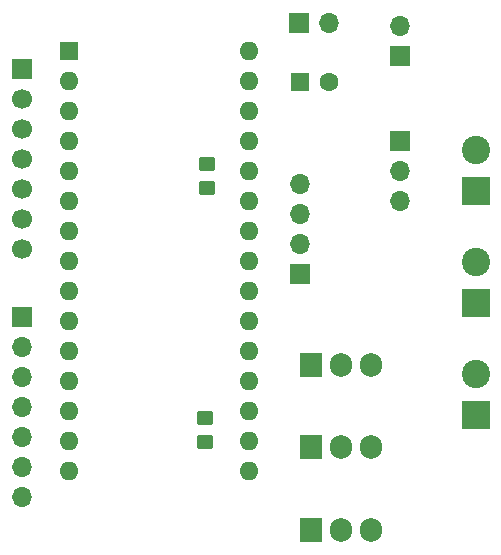
<source format=gbr>
%TF.GenerationSoftware,KiCad,Pcbnew,9.0.1*%
%TF.CreationDate,2025-04-18T16:01:06+02:00*%
%TF.ProjectId,K-Pillar,4b2d5069-6c6c-4617-922e-6b696361645f,rev?*%
%TF.SameCoordinates,Original*%
%TF.FileFunction,Soldermask,Bot*%
%TF.FilePolarity,Negative*%
%FSLAX46Y46*%
G04 Gerber Fmt 4.6, Leading zero omitted, Abs format (unit mm)*
G04 Created by KiCad (PCBNEW 9.0.1) date 2025-04-18 16:01:06*
%MOMM*%
%LPD*%
G01*
G04 APERTURE LIST*
G04 Aperture macros list*
%AMRoundRect*
0 Rectangle with rounded corners*
0 $1 Rounding radius*
0 $2 $3 $4 $5 $6 $7 $8 $9 X,Y pos of 4 corners*
0 Add a 4 corners polygon primitive as box body*
4,1,4,$2,$3,$4,$5,$6,$7,$8,$9,$2,$3,0*
0 Add four circle primitives for the rounded corners*
1,1,$1+$1,$2,$3*
1,1,$1+$1,$4,$5*
1,1,$1+$1,$6,$7*
1,1,$1+$1,$8,$9*
0 Add four rect primitives between the rounded corners*
20,1,$1+$1,$2,$3,$4,$5,0*
20,1,$1+$1,$4,$5,$6,$7,0*
20,1,$1+$1,$6,$7,$8,$9,0*
20,1,$1+$1,$8,$9,$2,$3,0*%
G04 Aperture macros list end*
%ADD10O,1.905000X2.000000*%
%ADD11R,1.905000X2.000000*%
%ADD12RoundRect,0.250000X0.450000X-0.350000X0.450000X0.350000X-0.450000X0.350000X-0.450000X-0.350000X0*%
%ADD13R,1.700000X1.700000*%
%ADD14O,1.700000X1.700000*%
%ADD15C,1.700000*%
%ADD16R,2.400000X2.400000*%
%ADD17C,2.400000*%
%ADD18R,1.600000X1.600000*%
%ADD19O,1.600000X1.600000*%
%ADD20C,1.600000*%
%ADD21RoundRect,0.250000X-0.450000X0.350000X-0.450000X-0.350000X0.450000X-0.350000X0.450000X0.350000X0*%
G04 APERTURE END LIST*
D10*
%TO.C,Q1*%
X57040000Y-66445000D03*
X54500000Y-66445000D03*
D11*
X51960000Y-66445000D03*
%TD*%
D12*
%TO.C,R1*%
X43200000Y-35500000D03*
X43200000Y-37500000D03*
%TD*%
D13*
%TO.C,J1*%
X51000000Y-44800000D03*
D14*
X51000000Y-42260000D03*
X51000000Y-39720000D03*
X51000000Y-37180000D03*
%TD*%
D13*
%TO.C,J4*%
X27500000Y-27380000D03*
D15*
X27500000Y-29920000D03*
X27500000Y-32460000D03*
X27500000Y-35000000D03*
X27500000Y-37540000D03*
X27500000Y-40080000D03*
X27500000Y-42620000D03*
%TD*%
D13*
%TO.C,J2*%
X27500000Y-48420000D03*
D14*
X27500000Y-50960000D03*
X27500000Y-53500000D03*
X27500000Y-56040000D03*
X27500000Y-58580000D03*
X27500000Y-61120000D03*
X27500000Y-63660000D03*
%TD*%
D13*
%TO.C,12V1*%
X59500000Y-26275000D03*
D14*
X59500000Y-23735000D03*
%TD*%
D16*
%TO.C,M1*%
X65900000Y-56750000D03*
D17*
X65900000Y-53250000D03*
%TD*%
D16*
%TO.C,M3*%
X65900000Y-37750000D03*
D17*
X65900000Y-34250000D03*
%TD*%
D11*
%TO.C,Q2*%
X51960000Y-59445000D03*
D10*
X54500000Y-59445000D03*
X57040000Y-59445000D03*
%TD*%
D18*
%TO.C,A1*%
X31500000Y-25920000D03*
D19*
X31500000Y-28460000D03*
X31500000Y-31000000D03*
X31500000Y-33540000D03*
X31500000Y-36080000D03*
X31500000Y-38620000D03*
X31500000Y-41160000D03*
X31500000Y-43700000D03*
X31500000Y-46240000D03*
X31500000Y-48780000D03*
X31500000Y-51320000D03*
X31500000Y-53860000D03*
X31500000Y-56400000D03*
X31500000Y-58940000D03*
X31500000Y-61480000D03*
X46740000Y-61480000D03*
X46740000Y-58940000D03*
X46740000Y-56400000D03*
X46740000Y-53860000D03*
X46740000Y-51320000D03*
X46740000Y-48780000D03*
X46740000Y-46240000D03*
X46740000Y-43700000D03*
X46740000Y-41160000D03*
X46740000Y-38620000D03*
X46740000Y-36080000D03*
X46740000Y-33540000D03*
X46740000Y-31000000D03*
X46740000Y-28460000D03*
X46740000Y-25920000D03*
%TD*%
D16*
%TO.C,M2*%
X65900000Y-47250000D03*
D17*
X65900000Y-43750000D03*
%TD*%
D13*
%TO.C,5V1*%
X50965000Y-23540000D03*
D14*
X53505000Y-23540000D03*
%TD*%
D11*
%TO.C,Q3*%
X51960000Y-52445000D03*
D10*
X54500000Y-52445000D03*
X57040000Y-52445000D03*
%TD*%
D13*
%TO.C,J3*%
X59500000Y-33475000D03*
D14*
X59500000Y-36015000D03*
X59500000Y-38555000D03*
%TD*%
D18*
%TO.C,C2*%
X51034888Y-28540000D03*
D20*
X53534888Y-28540000D03*
%TD*%
D21*
%TO.C,R2*%
X43000000Y-57000000D03*
X43000000Y-59000000D03*
%TD*%
M02*

</source>
